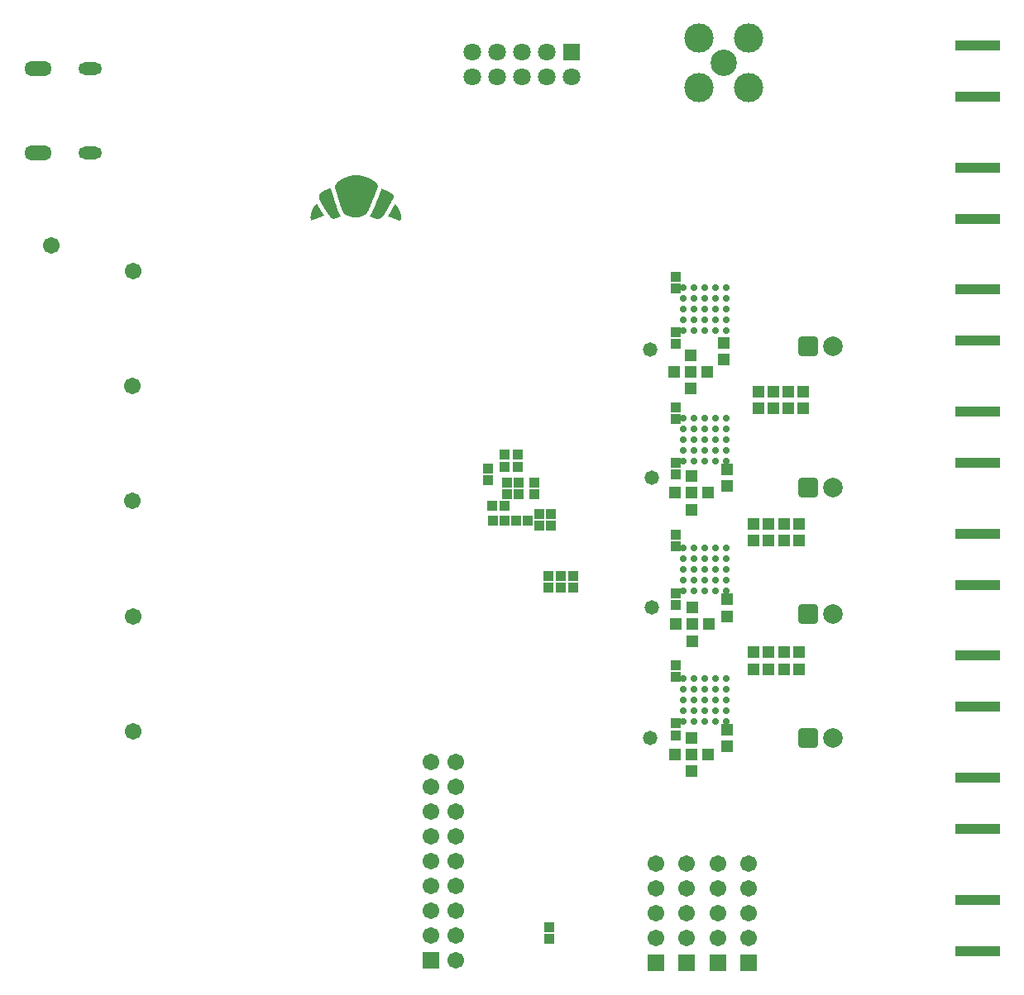
<source format=gbs>
G04*
G04 #@! TF.GenerationSoftware,Altium Limited,Altium Designer,21.2.1 (34)*
G04*
G04 Layer_Color=16711935*
%FSLAX25Y25*%
%MOIN*%
G70*
G04*
G04 #@! TF.SameCoordinates,0D780EAB-B6EC-48A9-9064-61573679FFEB*
G04*
G04*
G04 #@! TF.FilePolarity,Negative*
G04*
G01*
G75*
%ADD44R,0.17953X0.03937*%
%ADD52R,0.04737X0.05131*%
%ADD55R,0.04343X0.03950*%
%ADD57R,0.03950X0.04343*%
%ADD62R,0.05131X0.04737*%
%ADD81O,0.09461X0.05131*%
%ADD82O,0.11036X0.05918*%
%ADD83C,0.06706*%
%ADD84R,0.06706X0.06706*%
%ADD85C,0.11824*%
%ADD86C,0.10642*%
G04:AMPARAMS|DCode=87|XSize=78.87mil|YSize=78.87mil|CornerRadius=12.86mil|HoleSize=0mil|Usage=FLASHONLY|Rotation=0.000|XOffset=0mil|YOffset=0mil|HoleType=Round|Shape=RoundedRectangle|*
%AMROUNDEDRECTD87*
21,1,0.07887,0.05315,0,0,0.0*
21,1,0.05315,0.07887,0,0,0.0*
1,1,0.02572,0.02657,-0.02657*
1,1,0.02572,-0.02657,-0.02657*
1,1,0.02572,-0.02657,0.02657*
1,1,0.02572,0.02657,0.02657*
%
%ADD87ROUNDEDRECTD87*%
%ADD88C,0.07887*%
%ADD89C,0.07099*%
%ADD90R,0.07099X0.07099*%
%ADD91C,0.02769*%
%ADD121C,0.05800*%
%ADD122R,0.05131X0.05131*%
G36*
X134911Y327088D02*
X135850D01*
Y327010D01*
X136241D01*
Y326932D01*
X136711D01*
Y326854D01*
X136946D01*
Y326776D01*
X137337D01*
Y326697D01*
X137572D01*
Y326619D01*
X137885D01*
Y326541D01*
X138120D01*
Y326462D01*
X138355D01*
Y326384D01*
X138590D01*
Y326306D01*
X138746D01*
Y326227D01*
X138981D01*
Y326149D01*
X139216D01*
Y326071D01*
X139372D01*
Y325993D01*
X139529D01*
Y325914D01*
X139685D01*
Y325836D01*
X139842D01*
Y325758D01*
X139999D01*
Y325680D01*
X140155D01*
Y325601D01*
X140312D01*
Y325523D01*
X140468D01*
Y325445D01*
X140625D01*
Y325366D01*
X140703D01*
Y325288D01*
X140860D01*
Y325210D01*
X141016D01*
Y325132D01*
X141094D01*
Y325053D01*
X141251D01*
Y324975D01*
X141329D01*
Y324897D01*
X141486D01*
Y324819D01*
X141564D01*
Y324740D01*
X141642D01*
Y324662D01*
X141799D01*
Y324584D01*
X141877D01*
Y324505D01*
X141955D01*
Y324427D01*
X142034D01*
Y324349D01*
X142112D01*
Y324271D01*
X142190D01*
Y324192D01*
X142269D01*
Y324114D01*
X142347D01*
Y324036D01*
X142425D01*
Y323958D01*
X142503D01*
Y323879D01*
X142582D01*
Y323801D01*
Y323723D01*
X142660D01*
Y323644D01*
X142738D01*
Y323566D01*
Y323488D01*
X142816D01*
Y323410D01*
Y323331D01*
X142895D01*
Y323253D01*
Y323175D01*
Y323096D01*
X142973D01*
Y323018D01*
Y322940D01*
Y322862D01*
Y322783D01*
Y322705D01*
Y322627D01*
Y322549D01*
Y322470D01*
Y322392D01*
Y322314D01*
Y322235D01*
Y322157D01*
X142895D01*
Y322079D01*
Y322001D01*
Y321922D01*
X142816D01*
Y321844D01*
Y321766D01*
Y321688D01*
Y321609D01*
X142738D01*
Y321531D01*
Y321453D01*
Y321375D01*
X142660D01*
Y321296D01*
Y321218D01*
X142582D01*
Y321140D01*
Y321061D01*
Y320983D01*
X142503D01*
Y320905D01*
Y320827D01*
X142425D01*
Y320748D01*
Y320670D01*
Y320592D01*
X142347D01*
Y320514D01*
Y320435D01*
X142269D01*
Y320357D01*
Y320279D01*
Y320200D01*
X142190D01*
Y320122D01*
Y320044D01*
Y319966D01*
X142112D01*
Y319887D01*
Y319809D01*
X142034D01*
Y319731D01*
Y319652D01*
Y319574D01*
X141955D01*
Y319496D01*
Y319418D01*
X141877D01*
Y319339D01*
Y319261D01*
X141799D01*
Y319183D01*
Y319105D01*
Y319026D01*
X141721D01*
Y318948D01*
Y318870D01*
X141642D01*
Y318792D01*
Y318713D01*
Y318635D01*
X141564D01*
Y318557D01*
Y318478D01*
X141486D01*
Y318400D01*
Y318322D01*
Y318244D01*
X141408D01*
Y318165D01*
Y318087D01*
X141329D01*
Y318009D01*
Y317930D01*
Y317852D01*
X141251D01*
Y317774D01*
Y317696D01*
X141173D01*
Y317617D01*
Y317539D01*
Y317461D01*
X141094D01*
Y317383D01*
Y317304D01*
X141016D01*
Y317226D01*
Y317148D01*
X140938D01*
Y317069D01*
Y316991D01*
Y316913D01*
X140860D01*
Y316835D01*
Y316756D01*
Y316678D01*
X140781D01*
Y316600D01*
Y316522D01*
X140703D01*
Y316443D01*
Y316365D01*
Y316287D01*
X140625D01*
Y316208D01*
Y316130D01*
X140547D01*
Y316052D01*
Y315974D01*
Y315895D01*
X140468D01*
Y315817D01*
Y315739D01*
X140390D01*
Y315660D01*
Y315582D01*
Y315504D01*
X140312D01*
Y315426D01*
Y315347D01*
X140233D01*
Y315269D01*
Y315191D01*
Y315112D01*
X140155D01*
Y315034D01*
Y314956D01*
X140077D01*
Y314878D01*
Y314799D01*
X139999D01*
Y314721D01*
Y314643D01*
Y314565D01*
X139920D01*
Y314486D01*
Y314408D01*
Y314330D01*
X139842D01*
Y314251D01*
Y314173D01*
X139764D01*
Y314095D01*
Y314017D01*
Y313938D01*
X139685D01*
Y313860D01*
Y313782D01*
X139607D01*
Y313704D01*
Y313625D01*
X139529D01*
Y313547D01*
Y313469D01*
X139451D01*
Y313390D01*
Y313312D01*
Y313234D01*
X139372D01*
Y313156D01*
Y313077D01*
X139294D01*
Y312999D01*
Y312921D01*
X139216D01*
Y312842D01*
Y312764D01*
X139138D01*
Y312686D01*
Y312608D01*
X139059D01*
Y312529D01*
X138981D01*
Y312451D01*
Y312373D01*
X138903D01*
Y312295D01*
Y312216D01*
X138824D01*
Y312138D01*
X138746D01*
Y312060D01*
Y311982D01*
X138668D01*
Y311903D01*
X138590D01*
Y311825D01*
X138511D01*
Y311747D01*
X138433D01*
Y311668D01*
X138355D01*
Y311590D01*
X138277D01*
Y311512D01*
X138198D01*
Y311434D01*
X138120D01*
Y311355D01*
X138042D01*
Y311277D01*
X137963D01*
Y311199D01*
X137885D01*
Y311121D01*
X137729D01*
Y311042D01*
X137572D01*
Y310964D01*
X137494D01*
Y310886D01*
X137337D01*
Y310807D01*
X137181D01*
Y310729D01*
X137024D01*
Y310651D01*
X136789D01*
Y310573D01*
X136555D01*
Y310494D01*
X136398D01*
Y310416D01*
X136085D01*
Y310338D01*
X135772D01*
Y310260D01*
X135302D01*
Y310181D01*
X134284D01*
Y310103D01*
X134050D01*
Y310181D01*
X132954D01*
Y310260D01*
X132406D01*
Y310338D01*
X132171D01*
Y310416D01*
X131780D01*
Y310494D01*
X131545D01*
Y310573D01*
X131310D01*
Y310651D01*
X131075D01*
Y310729D01*
X130841D01*
Y310807D01*
X130684D01*
Y310886D01*
X130527D01*
Y310964D01*
X130371D01*
Y311042D01*
X130214D01*
Y311121D01*
X130058D01*
Y311199D01*
X129901D01*
Y311277D01*
X129823D01*
Y311355D01*
X129745D01*
Y311434D01*
X129588D01*
Y311512D01*
X129510D01*
Y311590D01*
X129431D01*
Y311668D01*
X129353D01*
Y311747D01*
X129275D01*
Y311825D01*
Y311903D01*
X129197D01*
Y311982D01*
X129118D01*
Y312060D01*
X129040D01*
Y312138D01*
Y312216D01*
X128962D01*
Y312295D01*
Y312373D01*
X128884D01*
Y312451D01*
Y312529D01*
X128805D01*
Y312608D01*
Y312686D01*
X128727D01*
Y312764D01*
Y312842D01*
X128649D01*
Y312921D01*
Y312999D01*
Y313077D01*
X128570D01*
Y313156D01*
Y313234D01*
X128492D01*
Y313312D01*
Y313390D01*
Y313469D01*
X128414D01*
Y313547D01*
Y313625D01*
Y313704D01*
Y313782D01*
X128336D01*
Y313860D01*
Y313938D01*
Y314017D01*
X128257D01*
Y314095D01*
Y314173D01*
Y314251D01*
X128179D01*
Y314330D01*
Y314408D01*
Y314486D01*
X128101D01*
Y314565D01*
Y314643D01*
Y314721D01*
X128023D01*
Y314799D01*
Y314878D01*
Y314956D01*
X127944D01*
Y315034D01*
Y315112D01*
Y315191D01*
Y315269D01*
X127866D01*
Y315347D01*
Y315426D01*
Y315504D01*
X127788D01*
Y315582D01*
Y315660D01*
Y315739D01*
X127709D01*
Y315817D01*
Y315895D01*
Y315974D01*
Y316052D01*
X127631D01*
Y316130D01*
Y316208D01*
Y316287D01*
X127553D01*
Y316365D01*
Y316443D01*
Y316522D01*
X127475D01*
Y316600D01*
Y316678D01*
Y316756D01*
X127396D01*
Y316835D01*
Y316913D01*
Y316991D01*
X127318D01*
Y317069D01*
Y317148D01*
Y317226D01*
X127240D01*
Y317304D01*
Y317383D01*
Y317461D01*
Y317539D01*
X127162D01*
Y317617D01*
Y317696D01*
Y317774D01*
X127083D01*
Y317852D01*
Y317930D01*
Y318009D01*
X127005D01*
Y318087D01*
Y318165D01*
Y318244D01*
X126927D01*
Y318322D01*
Y318400D01*
Y318478D01*
X126848D01*
Y318557D01*
Y318635D01*
Y318713D01*
X126770D01*
Y318792D01*
Y318870D01*
Y318948D01*
Y319026D01*
X126692D01*
Y319105D01*
Y319183D01*
Y319261D01*
X126614D01*
Y319339D01*
Y319418D01*
Y319496D01*
X126535D01*
Y319574D01*
Y319652D01*
Y319731D01*
X126457D01*
Y319809D01*
Y319887D01*
Y319966D01*
X126379D01*
Y320044D01*
Y320122D01*
Y320200D01*
X126301D01*
Y320279D01*
Y320357D01*
Y320435D01*
Y320514D01*
X126222D01*
Y320592D01*
Y320670D01*
Y320748D01*
X126144D01*
Y320827D01*
Y320905D01*
Y320983D01*
X126066D01*
Y321061D01*
Y321140D01*
Y321218D01*
X125987D01*
Y321296D01*
Y321375D01*
X125909D01*
Y321453D01*
Y321531D01*
Y321609D01*
Y321688D01*
X125831D01*
Y321766D01*
Y321844D01*
Y321922D01*
Y322001D01*
X125753D01*
Y322079D01*
Y322157D01*
Y322235D01*
Y322314D01*
Y322392D01*
Y322470D01*
Y322549D01*
Y322627D01*
Y322705D01*
X125831D01*
Y322783D01*
Y322862D01*
Y322940D01*
Y323018D01*
X125909D01*
Y323096D01*
Y323175D01*
X125987D01*
Y323253D01*
Y323331D01*
X126066D01*
Y323410D01*
X126144D01*
Y323488D01*
Y323566D01*
X126222D01*
Y323644D01*
X126301D01*
Y323723D01*
X126379D01*
Y323801D01*
Y323879D01*
X126457D01*
Y323958D01*
X126535D01*
Y324036D01*
X126614D01*
Y324114D01*
X126692D01*
Y324192D01*
X126770D01*
Y324271D01*
X126927D01*
Y324349D01*
X127005D01*
Y324427D01*
X127083D01*
Y324505D01*
X127162D01*
Y324584D01*
X127240D01*
Y324662D01*
X127396D01*
Y324740D01*
X127475D01*
Y324819D01*
X127553D01*
Y324897D01*
X127709D01*
Y324975D01*
X127788D01*
Y325053D01*
X127944D01*
Y325132D01*
X128023D01*
Y325210D01*
X128179D01*
Y325288D01*
X128257D01*
Y325366D01*
X128414D01*
Y325445D01*
X128570D01*
Y325523D01*
X128649D01*
Y325601D01*
X128805D01*
Y325680D01*
X128962D01*
Y325758D01*
X129118D01*
Y325836D01*
X129275D01*
Y325914D01*
X129431D01*
Y325993D01*
X129588D01*
Y326071D01*
X129745D01*
Y326149D01*
X129979D01*
Y326227D01*
X130136D01*
Y326306D01*
X130292D01*
Y326384D01*
X130527D01*
Y326462D01*
X130762D01*
Y326541D01*
X130997D01*
Y326619D01*
X131232D01*
Y326697D01*
X131467D01*
Y326776D01*
X131858D01*
Y326854D01*
X132093D01*
Y326932D01*
X132562D01*
Y327010D01*
X132876D01*
Y327088D01*
X133815D01*
Y327167D01*
X134911D01*
Y327088D01*
D02*
G37*
G36*
X124109Y321922D02*
Y321844D01*
Y321766D01*
X124187D01*
Y321688D01*
Y321609D01*
Y321531D01*
Y321453D01*
X124265D01*
Y321375D01*
Y321296D01*
Y321218D01*
Y321140D01*
X124344D01*
Y321061D01*
Y320983D01*
Y320905D01*
X124422D01*
Y320827D01*
Y320748D01*
Y320670D01*
X124500D01*
Y320592D01*
Y320514D01*
Y320435D01*
X124578D01*
Y320357D01*
Y320279D01*
Y320200D01*
X124657D01*
Y320122D01*
Y320044D01*
Y319966D01*
X124735D01*
Y319887D01*
Y319809D01*
Y319731D01*
X124813D01*
Y319652D01*
Y319574D01*
Y319496D01*
Y319418D01*
X124892D01*
Y319339D01*
Y319261D01*
Y319183D01*
X124970D01*
Y319105D01*
Y319026D01*
Y318948D01*
X125048D01*
Y318870D01*
Y318792D01*
Y318713D01*
X125126D01*
Y318635D01*
Y318557D01*
Y318478D01*
X125205D01*
Y318400D01*
Y318322D01*
Y318244D01*
Y318165D01*
X125283D01*
Y318087D01*
Y318009D01*
X125361D01*
Y317930D01*
Y317852D01*
Y317774D01*
Y317696D01*
X125440D01*
Y317617D01*
Y317539D01*
Y317461D01*
X125518D01*
Y317383D01*
Y317304D01*
Y317226D01*
X125596D01*
Y317148D01*
Y317069D01*
Y316991D01*
Y316913D01*
X125674D01*
Y316835D01*
Y316756D01*
X125753D01*
Y316678D01*
Y316600D01*
Y316522D01*
Y316443D01*
X125831D01*
Y316365D01*
Y316287D01*
Y316208D01*
X125909D01*
Y316130D01*
Y316052D01*
Y315974D01*
X125987D01*
Y315895D01*
Y315817D01*
Y315739D01*
Y315660D01*
X126066D01*
Y315582D01*
Y315504D01*
X126144D01*
Y315426D01*
Y315347D01*
Y315269D01*
Y315191D01*
X126222D01*
Y315112D01*
Y315034D01*
X126301D01*
Y314956D01*
Y314878D01*
Y314799D01*
Y314721D01*
X126379D01*
Y314643D01*
Y314565D01*
Y314486D01*
X126457D01*
Y314408D01*
Y314330D01*
Y314251D01*
X126535D01*
Y314173D01*
Y314095D01*
Y314017D01*
Y313938D01*
X126614D01*
Y313860D01*
Y313782D01*
X126692D01*
Y313704D01*
Y313625D01*
Y313547D01*
Y313469D01*
X126770D01*
Y313390D01*
Y313312D01*
Y313234D01*
X126848D01*
Y313156D01*
Y313077D01*
Y312999D01*
X126927D01*
Y312921D01*
Y312842D01*
Y312764D01*
X127005D01*
Y312686D01*
Y312608D01*
Y312529D01*
X127083D01*
Y312451D01*
Y312373D01*
Y312295D01*
X127162D01*
Y312216D01*
Y312138D01*
X127240D01*
Y312060D01*
Y311982D01*
X127318D01*
Y311903D01*
Y311825D01*
X127396D01*
Y311747D01*
Y311668D01*
X127475D01*
Y311590D01*
Y311512D01*
X127553D01*
Y311434D01*
Y311355D01*
X127631D01*
Y311277D01*
Y311199D01*
X127709D01*
Y311121D01*
X127788D01*
Y311042D01*
X127866D01*
Y310964D01*
Y310886D01*
X127944D01*
Y310807D01*
X128023D01*
Y310729D01*
X128101D01*
Y310651D01*
X128179D01*
Y310573D01*
X128023D01*
Y310494D01*
X127866D01*
Y310416D01*
X127631D01*
Y310338D01*
X127475D01*
Y310260D01*
X127318D01*
Y310181D01*
X127083D01*
Y310103D01*
X126927D01*
Y310025D01*
X126692D01*
Y309946D01*
X126535D01*
Y309868D01*
X126301D01*
Y309790D01*
X126066D01*
Y309712D01*
X125753D01*
Y309633D01*
X124735D01*
Y309712D01*
X124578D01*
Y309790D01*
X124422D01*
Y309868D01*
X124344D01*
Y309946D01*
X124265D01*
Y310025D01*
X124109D01*
Y310103D01*
X124031D01*
Y310181D01*
X123952D01*
Y310260D01*
X123874D01*
Y310338D01*
X123796D01*
Y310416D01*
Y310494D01*
X123717D01*
Y310573D01*
X123639D01*
Y310651D01*
X123561D01*
Y310729D01*
X123483D01*
Y310807D01*
Y310886D01*
X123404D01*
Y310964D01*
X123326D01*
Y311042D01*
X123248D01*
Y311121D01*
Y311199D01*
X123170D01*
Y311277D01*
X123091D01*
Y311355D01*
Y311434D01*
X123013D01*
Y311512D01*
X122935D01*
Y311590D01*
Y311668D01*
X122856D01*
Y311747D01*
X122778D01*
Y311825D01*
Y311903D01*
X122700D01*
Y311982D01*
X122622D01*
Y312060D01*
Y312138D01*
X122543D01*
Y312216D01*
X122465D01*
Y312295D01*
Y312373D01*
X122387D01*
Y312451D01*
X122309D01*
Y312529D01*
Y312608D01*
X122230D01*
Y312686D01*
X122152D01*
Y312764D01*
Y312842D01*
X122074D01*
Y312921D01*
Y312999D01*
X121995D01*
Y313077D01*
X121917D01*
Y313156D01*
Y313234D01*
X121839D01*
Y313312D01*
X121761D01*
Y313390D01*
Y313469D01*
X121682D01*
Y313547D01*
Y313625D01*
X121604D01*
Y313704D01*
X121526D01*
Y313782D01*
Y313860D01*
X121448D01*
Y313938D01*
Y314017D01*
X121369D01*
Y314095D01*
X121291D01*
Y314173D01*
Y314251D01*
X121213D01*
Y314330D01*
X121134D01*
Y314408D01*
Y314486D01*
X121056D01*
Y314565D01*
Y314643D01*
X120978D01*
Y314721D01*
X120900D01*
Y314799D01*
Y314878D01*
X120821D01*
Y314956D01*
Y315034D01*
X120743D01*
Y315112D01*
X120665D01*
Y315191D01*
Y315269D01*
X120587D01*
Y315347D01*
Y315426D01*
X120508D01*
Y315504D01*
X120430D01*
Y315582D01*
Y315660D01*
X120352D01*
Y315739D01*
X120273D01*
Y315817D01*
Y315895D01*
X120195D01*
Y315974D01*
Y316052D01*
X120117D01*
Y316130D01*
Y316208D01*
X120039D01*
Y316287D01*
Y316365D01*
X119960D01*
Y316443D01*
Y316522D01*
X119882D01*
Y316600D01*
Y316678D01*
Y316756D01*
X119804D01*
Y316835D01*
Y316913D01*
X119725D01*
Y316991D01*
Y317069D01*
X119647D01*
Y317148D01*
Y317226D01*
Y317304D01*
X119569D01*
Y317383D01*
Y317461D01*
Y317539D01*
X119491D01*
Y317617D01*
Y317696D01*
X119412D01*
Y317774D01*
Y317852D01*
Y317930D01*
Y318009D01*
X119334D01*
Y318087D01*
Y318165D01*
Y318244D01*
Y318322D01*
Y318400D01*
Y318478D01*
Y318557D01*
Y318635D01*
Y318713D01*
Y318792D01*
Y318870D01*
Y318948D01*
Y319026D01*
Y319105D01*
X119412D01*
Y319183D01*
Y319261D01*
X119491D01*
Y319339D01*
Y319418D01*
X119569D01*
Y319496D01*
Y319574D01*
X119647D01*
Y319652D01*
X119725D01*
Y319731D01*
X119804D01*
Y319809D01*
X119882D01*
Y319887D01*
X119960D01*
Y319966D01*
X120039D01*
Y320044D01*
X120117D01*
Y320122D01*
X120273D01*
Y320200D01*
X120352D01*
Y320279D01*
X120430D01*
Y320357D01*
X120587D01*
Y320435D01*
X120743D01*
Y320514D01*
X120821D01*
Y320592D01*
X120978D01*
Y320670D01*
X121134D01*
Y320748D01*
X121291D01*
Y320827D01*
X121448D01*
Y320905D01*
X121526D01*
Y320983D01*
X121761D01*
Y321061D01*
X121917D01*
Y321140D01*
X122074D01*
Y321218D01*
X122230D01*
Y321296D01*
X122387D01*
Y321375D01*
X122622D01*
Y321453D01*
X122778D01*
Y321531D01*
X123013D01*
Y321609D01*
X123170D01*
Y321688D01*
X123404D01*
Y321766D01*
X123561D01*
Y321844D01*
X123796D01*
Y321922D01*
X124031D01*
Y322001D01*
X124109D01*
Y321922D01*
D02*
G37*
G36*
X144773Y321609D02*
X144930D01*
Y321531D01*
X145165D01*
Y321453D01*
X145321D01*
Y321375D01*
X145478D01*
Y321296D01*
X145713D01*
Y321218D01*
X145869D01*
Y321140D01*
X146104D01*
Y321061D01*
X146182D01*
Y320983D01*
X146417D01*
Y320905D01*
X146574D01*
Y320827D01*
X146730D01*
Y320748D01*
X146887D01*
Y320670D01*
X147043D01*
Y320592D01*
X147278D01*
Y320514D01*
X147356D01*
Y320435D01*
X147513D01*
Y320357D01*
X147669D01*
Y320279D01*
X147826D01*
Y320200D01*
X147983D01*
Y320122D01*
X148061D01*
Y320044D01*
X148217D01*
Y319966D01*
X148374D01*
Y319887D01*
X148452D01*
Y319809D01*
X148609D01*
Y319731D01*
X148687D01*
Y319652D01*
X148844D01*
Y319574D01*
X148922D01*
Y319496D01*
X149000D01*
Y319418D01*
X149078D01*
Y319339D01*
X149157D01*
Y319261D01*
X149235D01*
Y319183D01*
X149313D01*
Y319105D01*
Y319026D01*
X149391D01*
Y318948D01*
Y318870D01*
X149470D01*
Y318792D01*
Y318713D01*
Y318635D01*
Y318557D01*
Y318478D01*
Y318400D01*
Y318322D01*
Y318244D01*
X149391D01*
Y318165D01*
Y318087D01*
X149313D01*
Y318009D01*
Y317930D01*
Y317852D01*
X149235D01*
Y317774D01*
Y317696D01*
X149157D01*
Y317617D01*
Y317539D01*
X149078D01*
Y317461D01*
Y317383D01*
X149000D01*
Y317304D01*
Y317226D01*
X148922D01*
Y317148D01*
Y317069D01*
X148844D01*
Y316991D01*
X148765D01*
Y316913D01*
Y316835D01*
X148687D01*
Y316756D01*
Y316678D01*
X148609D01*
Y316600D01*
Y316522D01*
X148530D01*
Y316443D01*
Y316365D01*
X148452D01*
Y316287D01*
X148374D01*
Y316208D01*
Y316130D01*
X148296D01*
Y316052D01*
Y315974D01*
X148217D01*
Y315895D01*
Y315817D01*
X148139D01*
Y315739D01*
Y315660D01*
X148061D01*
Y315582D01*
Y315504D01*
X147983D01*
Y315426D01*
Y315347D01*
X147904D01*
Y315269D01*
X147826D01*
Y315191D01*
Y315112D01*
X147748D01*
Y315034D01*
Y314956D01*
X147669D01*
Y314878D01*
Y314799D01*
X147591D01*
Y314721D01*
Y314643D01*
X147513D01*
Y314565D01*
X147435D01*
Y314486D01*
Y314408D01*
X147356D01*
Y314330D01*
Y314251D01*
X147278D01*
Y314173D01*
Y314095D01*
X147200D01*
Y314017D01*
Y313938D01*
X147122D01*
Y313860D01*
X147043D01*
Y313782D01*
Y313704D01*
X146965D01*
Y313625D01*
Y313547D01*
X146887D01*
Y313469D01*
Y313390D01*
X146809D01*
Y313312D01*
Y313234D01*
X146730D01*
Y313156D01*
Y313077D01*
X146652D01*
Y312999D01*
Y312921D01*
X146574D01*
Y312842D01*
X146495D01*
Y312764D01*
Y312686D01*
X146417D01*
Y312608D01*
Y312529D01*
X146339D01*
Y312451D01*
Y312373D01*
X146260D01*
Y312295D01*
Y312216D01*
X146182D01*
Y312138D01*
X146104D01*
Y312060D01*
Y311982D01*
X146026D01*
Y311903D01*
Y311825D01*
X145948D01*
Y311747D01*
Y311668D01*
X145869D01*
Y311590D01*
Y311512D01*
X145791D01*
Y311434D01*
X145713D01*
Y311355D01*
X145634D01*
Y311277D01*
Y311199D01*
X145556D01*
Y311121D01*
X145478D01*
Y311042D01*
X145399D01*
Y310964D01*
X145321D01*
Y310886D01*
Y310807D01*
X145243D01*
Y310729D01*
X145165D01*
Y310651D01*
X145086D01*
Y310573D01*
X145008D01*
Y310494D01*
X144930D01*
Y310416D01*
X144852D01*
Y310338D01*
X144773D01*
Y310260D01*
X144695D01*
Y310181D01*
X144617D01*
Y310103D01*
X144538D01*
Y310025D01*
X144460D01*
Y309946D01*
X144304D01*
Y309868D01*
X144225D01*
Y309790D01*
X144069D01*
Y309712D01*
X143912D01*
Y309633D01*
X143677D01*
Y309555D01*
X142582D01*
Y309633D01*
X142190D01*
Y309712D01*
X141877D01*
Y309790D01*
X141642D01*
Y309868D01*
X141329D01*
Y309946D01*
X141173D01*
Y310025D01*
X140938D01*
Y310103D01*
X140703D01*
Y310181D01*
X140547D01*
Y310260D01*
X140312D01*
Y310338D01*
X140155D01*
Y310416D01*
X139920D01*
Y310494D01*
X139764D01*
Y310573D01*
X139685D01*
Y310651D01*
X139764D01*
Y310729D01*
X139842D01*
Y310807D01*
Y310886D01*
X139920D01*
Y310964D01*
X139999D01*
Y311042D01*
X140077D01*
Y311121D01*
X140155D01*
Y311199D01*
Y311277D01*
X140233D01*
Y311355D01*
X140312D01*
Y311434D01*
Y311512D01*
X140390D01*
Y311590D01*
X140468D01*
Y311668D01*
Y311747D01*
X140547D01*
Y311825D01*
Y311903D01*
X140625D01*
Y311982D01*
Y312060D01*
X140703D01*
Y312138D01*
Y312216D01*
X140781D01*
Y312295D01*
Y312373D01*
X140860D01*
Y312451D01*
Y312529D01*
X140938D01*
Y312608D01*
Y312686D01*
X141016D01*
Y312764D01*
Y312842D01*
X141094D01*
Y312921D01*
Y312999D01*
Y313077D01*
X141173D01*
Y313156D01*
Y313234D01*
X141251D01*
Y313312D01*
Y313390D01*
X141329D01*
Y313469D01*
Y313547D01*
Y313625D01*
X141408D01*
Y313704D01*
Y313782D01*
X141486D01*
Y313860D01*
Y313938D01*
Y314017D01*
X141564D01*
Y314095D01*
Y314173D01*
X141642D01*
Y314251D01*
Y314330D01*
Y314408D01*
X141721D01*
Y314486D01*
Y314565D01*
X141799D01*
Y314643D01*
Y314721D01*
Y314799D01*
X141877D01*
Y314878D01*
Y314956D01*
X141955D01*
Y315034D01*
Y315112D01*
Y315191D01*
X142034D01*
Y315269D01*
Y315347D01*
X142112D01*
Y315426D01*
Y315504D01*
Y315582D01*
X142190D01*
Y315660D01*
Y315739D01*
X142269D01*
Y315817D01*
Y315895D01*
Y315974D01*
X142347D01*
Y316052D01*
Y316130D01*
X142425D01*
Y316208D01*
Y316287D01*
Y316365D01*
X142503D01*
Y316443D01*
Y316522D01*
X142582D01*
Y316600D01*
Y316678D01*
Y316756D01*
X142660D01*
Y316835D01*
Y316913D01*
X142738D01*
Y316991D01*
Y317069D01*
Y317148D01*
X142816D01*
Y317226D01*
Y317304D01*
X142895D01*
Y317383D01*
Y317461D01*
X142973D01*
Y317539D01*
Y317617D01*
Y317696D01*
X143051D01*
Y317774D01*
Y317852D01*
Y317930D01*
X143130D01*
Y318009D01*
Y318087D01*
X143208D01*
Y318165D01*
Y318244D01*
X143286D01*
Y318322D01*
Y318400D01*
Y318478D01*
X143364D01*
Y318557D01*
Y318635D01*
X143443D01*
Y318713D01*
Y318792D01*
Y318870D01*
X143521D01*
Y318948D01*
Y319026D01*
X143599D01*
Y319105D01*
Y319183D01*
Y319261D01*
X143677D01*
Y319339D01*
Y319418D01*
X143756D01*
Y319496D01*
Y319574D01*
Y319652D01*
X143834D01*
Y319731D01*
Y319809D01*
X143912D01*
Y319887D01*
Y319966D01*
Y320044D01*
X143991D01*
Y320122D01*
Y320200D01*
X144069D01*
Y320279D01*
Y320357D01*
Y320435D01*
X144147D01*
Y320514D01*
Y320592D01*
X144225D01*
Y320670D01*
Y320748D01*
Y320827D01*
X144304D01*
Y320905D01*
Y320983D01*
Y321061D01*
X144382D01*
Y321140D01*
Y321218D01*
Y321296D01*
X144460D01*
Y321375D01*
Y321453D01*
Y321531D01*
X144538D01*
Y321609D01*
Y321688D01*
X144773D01*
Y321609D01*
D02*
G37*
G36*
X118551Y315582D02*
Y315504D01*
X118630D01*
Y315426D01*
Y315347D01*
X118708D01*
Y315269D01*
Y315191D01*
X118786D01*
Y315112D01*
Y315034D01*
X118864D01*
Y314956D01*
Y314878D01*
X118943D01*
Y314799D01*
X119021D01*
Y314721D01*
Y314643D01*
X119099D01*
Y314565D01*
X119177D01*
Y314486D01*
Y314408D01*
X119256D01*
Y314330D01*
Y314251D01*
X119334D01*
Y314173D01*
X119412D01*
Y314095D01*
Y314017D01*
X119491D01*
Y313938D01*
Y313860D01*
X119569D01*
Y313782D01*
X119647D01*
Y313704D01*
Y313625D01*
X119725D01*
Y313547D01*
Y313469D01*
X119804D01*
Y313390D01*
X119882D01*
Y313312D01*
Y313234D01*
X119960D01*
Y313156D01*
Y313077D01*
X120039D01*
Y312999D01*
X120117D01*
Y312921D01*
Y312842D01*
X120195D01*
Y312764D01*
X120273D01*
Y312686D01*
Y312608D01*
X120352D01*
Y312529D01*
Y312451D01*
X120430D01*
Y312373D01*
X120508D01*
Y312295D01*
Y312216D01*
X120587D01*
Y312138D01*
X120665D01*
Y312060D01*
Y311982D01*
X120743D01*
Y311903D01*
Y311825D01*
X120821D01*
Y311747D01*
X120900D01*
Y311668D01*
Y311590D01*
X120978D01*
Y311512D01*
X121056D01*
Y311434D01*
Y311355D01*
X121134D01*
Y311277D01*
X121213D01*
Y311199D01*
Y311121D01*
X121291D01*
Y311042D01*
X121369D01*
Y310964D01*
Y310886D01*
X121291D01*
Y310807D01*
X121056D01*
Y310729D01*
X120900D01*
Y310651D01*
X120665D01*
Y310573D01*
X120508D01*
Y310494D01*
X120352D01*
Y310416D01*
X120117D01*
Y310338D01*
X119960D01*
Y310260D01*
X119725D01*
Y310181D01*
X119569D01*
Y310103D01*
X119334D01*
Y310025D01*
X119177D01*
Y309946D01*
X119021D01*
Y309868D01*
X118786D01*
Y309790D01*
X118630D01*
Y309712D01*
X118473D01*
Y309633D01*
X118238D01*
Y309555D01*
X118082D01*
Y309477D01*
X117847D01*
Y309399D01*
X117690D01*
Y309320D01*
X117455D01*
Y309242D01*
X117299D01*
Y309164D01*
X117064D01*
Y309085D01*
X116829D01*
Y309007D01*
X116595D01*
Y308929D01*
X116047D01*
Y309007D01*
Y309085D01*
Y309164D01*
X115968D01*
Y309242D01*
Y309320D01*
Y309399D01*
Y309477D01*
Y309555D01*
Y309633D01*
Y309712D01*
Y309790D01*
X115890D01*
Y309868D01*
Y309946D01*
Y310025D01*
Y310103D01*
Y310181D01*
Y310260D01*
Y310338D01*
Y310416D01*
Y310494D01*
Y310573D01*
X115968D01*
Y310651D01*
Y310729D01*
Y310807D01*
Y310886D01*
Y310964D01*
Y311042D01*
Y311121D01*
Y311199D01*
Y311277D01*
X116047D01*
Y311355D01*
Y311434D01*
Y311512D01*
Y311590D01*
Y311668D01*
X116125D01*
Y311747D01*
Y311825D01*
Y311903D01*
Y311982D01*
X116203D01*
Y312060D01*
Y312138D01*
Y312216D01*
Y312295D01*
X116281D01*
Y312373D01*
Y312451D01*
Y312529D01*
X116360D01*
Y312608D01*
Y312686D01*
Y312764D01*
X116438D01*
Y312842D01*
Y312921D01*
X116516D01*
Y312999D01*
Y313077D01*
Y313156D01*
X116595D01*
Y313234D01*
Y313312D01*
X116673D01*
Y313390D01*
Y313469D01*
X116751D01*
Y313547D01*
Y313625D01*
X116829D01*
Y313704D01*
X116908D01*
Y313782D01*
Y313860D01*
X116986D01*
Y313938D01*
Y314017D01*
X117064D01*
Y314095D01*
X117142D01*
Y314173D01*
Y314251D01*
X117221D01*
Y314330D01*
X117299D01*
Y314408D01*
Y314486D01*
X117377D01*
Y314565D01*
X117455D01*
Y314643D01*
X117534D01*
Y314721D01*
X117612D01*
Y314799D01*
Y314878D01*
X117690D01*
Y314956D01*
X117769D01*
Y315034D01*
X117847D01*
Y315112D01*
X117925D01*
Y315191D01*
X118003D01*
Y315269D01*
X118082D01*
Y315347D01*
X118160D01*
Y315426D01*
X118238D01*
Y315504D01*
X118395D01*
Y315582D01*
X118473D01*
Y315660D01*
X118551D01*
Y315582D01*
D02*
G37*
G36*
X149940Y315426D02*
X150018D01*
Y315347D01*
X150174D01*
Y315269D01*
Y315191D01*
X150331D01*
Y315112D01*
X150409D01*
Y315034D01*
X150487D01*
Y314956D01*
X150566D01*
Y314878D01*
Y314799D01*
X150644D01*
Y314721D01*
X150722D01*
Y314643D01*
X150801D01*
Y314565D01*
X150879D01*
Y314486D01*
X150957D01*
Y314408D01*
Y314330D01*
X151035D01*
Y314251D01*
X151114D01*
Y314173D01*
X151192D01*
Y314095D01*
Y314017D01*
X151270D01*
Y313938D01*
X151348D01*
Y313860D01*
Y313782D01*
X151427D01*
Y313704D01*
Y313625D01*
X151505D01*
Y313547D01*
Y313469D01*
X151583D01*
Y313390D01*
Y313312D01*
X151662D01*
Y313234D01*
Y313156D01*
X151740D01*
Y313077D01*
Y312999D01*
X151818D01*
Y312921D01*
Y312842D01*
X151896D01*
Y312764D01*
Y312686D01*
Y312608D01*
X151975D01*
Y312529D01*
Y312451D01*
Y312373D01*
X152053D01*
Y312295D01*
Y312216D01*
Y312138D01*
X152131D01*
Y312060D01*
Y311982D01*
Y311903D01*
Y311825D01*
Y311747D01*
X152209D01*
Y311668D01*
Y311590D01*
Y311512D01*
Y311434D01*
X152288D01*
Y311355D01*
Y311277D01*
Y311199D01*
Y311121D01*
Y311042D01*
Y310964D01*
Y310886D01*
Y310807D01*
Y310729D01*
X152366D01*
Y310651D01*
Y310573D01*
Y310494D01*
Y310416D01*
Y310338D01*
Y310260D01*
Y310181D01*
Y310103D01*
Y310025D01*
Y309946D01*
Y309868D01*
Y309790D01*
Y309712D01*
Y309633D01*
X152288D01*
Y309555D01*
Y309477D01*
Y309399D01*
Y309320D01*
Y309242D01*
Y309164D01*
Y309085D01*
X152209D01*
Y309007D01*
Y308929D01*
Y308851D01*
X152131D01*
Y308772D01*
Y308694D01*
X151896D01*
Y308772D01*
X151583D01*
Y308851D01*
X151348D01*
Y308929D01*
X151114D01*
Y309007D01*
X150879D01*
Y309085D01*
X150722D01*
Y309164D01*
X150487D01*
Y309242D01*
X150331D01*
Y309320D01*
X150096D01*
Y309399D01*
X149940D01*
Y309477D01*
X149783D01*
Y309555D01*
X149548D01*
Y309633D01*
X149391D01*
Y309712D01*
X149235D01*
Y309790D01*
X149000D01*
Y309868D01*
X148844D01*
Y309946D01*
X148687D01*
Y310025D01*
X148452D01*
Y310103D01*
X148296D01*
Y310181D01*
X148061D01*
Y310260D01*
X147904D01*
Y310338D01*
X147748D01*
Y310416D01*
X147513D01*
Y310494D01*
X147356D01*
Y310573D01*
X147200D01*
Y310651D01*
X147278D01*
Y310729D01*
Y310807D01*
X147356D01*
Y310886D01*
Y310964D01*
X147435D01*
Y311042D01*
Y311121D01*
X147513D01*
Y311199D01*
X147591D01*
Y311277D01*
Y311355D01*
X147669D01*
Y311434D01*
Y311512D01*
X147748D01*
Y311590D01*
Y311668D01*
X147826D01*
Y311747D01*
Y311825D01*
X147904D01*
Y311903D01*
X147983D01*
Y311982D01*
Y312060D01*
X148061D01*
Y312138D01*
Y312216D01*
X148139D01*
Y312295D01*
Y312373D01*
X148217D01*
Y312451D01*
Y312529D01*
X148296D01*
Y312608D01*
Y312686D01*
X148374D01*
Y312764D01*
X148452D01*
Y312842D01*
Y312921D01*
X148530D01*
Y312999D01*
Y313077D01*
X148609D01*
Y313156D01*
Y313234D01*
X148687D01*
Y313312D01*
Y313390D01*
X148765D01*
Y313469D01*
Y313547D01*
X148844D01*
Y313625D01*
X148922D01*
Y313704D01*
Y313782D01*
X149000D01*
Y313860D01*
Y313938D01*
X149078D01*
Y314017D01*
Y314095D01*
X149157D01*
Y314173D01*
Y314251D01*
X149235D01*
Y314330D01*
X149313D01*
Y314408D01*
Y314486D01*
X149391D01*
Y314565D01*
Y314643D01*
X149470D01*
Y314721D01*
Y314799D01*
X149548D01*
Y314878D01*
Y314956D01*
X149626D01*
Y315034D01*
Y315112D01*
X149705D01*
Y315191D01*
X149783D01*
Y315269D01*
Y315347D01*
X149861D01*
Y315426D01*
Y315504D01*
X149940D01*
Y315426D01*
D02*
G37*
D44*
X384724Y309567D02*
D03*
Y330197D02*
D03*
Y358780D02*
D03*
Y379410D02*
D03*
Y211142D02*
D03*
Y231772D02*
D03*
Y260354D02*
D03*
Y280984D02*
D03*
Y112716D02*
D03*
Y133346D02*
D03*
Y161929D02*
D03*
Y182559D02*
D03*
Y14291D02*
D03*
Y34921D02*
D03*
Y63504D02*
D03*
Y84134D02*
D03*
D52*
X312800Y127954D02*
D03*
Y134646D02*
D03*
X306700Y127954D02*
D03*
Y134646D02*
D03*
X300600Y127954D02*
D03*
Y134646D02*
D03*
X294600Y127954D02*
D03*
Y134646D02*
D03*
X283900Y103446D02*
D03*
Y96754D02*
D03*
X269400Y86807D02*
D03*
Y100193D02*
D03*
X283900Y155993D02*
D03*
Y149300D02*
D03*
X269800Y139307D02*
D03*
Y152693D02*
D03*
X312800Y179941D02*
D03*
Y186634D02*
D03*
X306700Y179941D02*
D03*
Y186634D02*
D03*
X300600Y179941D02*
D03*
Y186634D02*
D03*
X294600Y179941D02*
D03*
Y186634D02*
D03*
X269400Y192307D02*
D03*
Y205693D02*
D03*
X283900Y208546D02*
D03*
Y201853D02*
D03*
X314500Y233284D02*
D03*
Y239977D02*
D03*
X308400Y233284D02*
D03*
Y239977D02*
D03*
X302300Y233284D02*
D03*
Y239977D02*
D03*
X296300Y233284D02*
D03*
Y239977D02*
D03*
X269100Y241207D02*
D03*
Y254593D02*
D03*
X282600Y259546D02*
D03*
Y252853D02*
D03*
D55*
X212200Y19038D02*
D03*
Y23762D02*
D03*
X211900Y165462D02*
D03*
Y160738D02*
D03*
X216800Y165462D02*
D03*
Y160738D02*
D03*
X221700Y165462D02*
D03*
Y160738D02*
D03*
X199300Y209638D02*
D03*
Y214362D02*
D03*
X194200Y209638D02*
D03*
Y214362D02*
D03*
X187500Y204238D02*
D03*
Y208962D02*
D03*
X195000Y198538D02*
D03*
Y203262D02*
D03*
X199900Y198538D02*
D03*
Y203262D02*
D03*
X206200D02*
D03*
Y198538D02*
D03*
X263000Y106024D02*
D03*
Y101300D02*
D03*
Y124876D02*
D03*
Y129600D02*
D03*
Y158624D02*
D03*
Y153900D02*
D03*
Y177476D02*
D03*
Y182200D02*
D03*
Y211162D02*
D03*
Y206438D02*
D03*
Y228876D02*
D03*
Y233600D02*
D03*
Y281438D02*
D03*
Y286162D02*
D03*
Y263762D02*
D03*
Y259038D02*
D03*
D57*
X208138Y185900D02*
D03*
X212862D02*
D03*
X208138Y190400D02*
D03*
X212862D02*
D03*
X189238Y193700D02*
D03*
X193962D02*
D03*
X189476Y187800D02*
D03*
X194200D02*
D03*
X203362D02*
D03*
X198638D02*
D03*
D62*
X276093Y93500D02*
D03*
X262707D02*
D03*
X276493Y146000D02*
D03*
X263107D02*
D03*
X276093Y199000D02*
D03*
X262707D02*
D03*
X275793Y247900D02*
D03*
X262407D02*
D03*
D81*
X27228Y370158D02*
D03*
Y336142D02*
D03*
D82*
X6126Y370158D02*
D03*
Y336142D02*
D03*
D83*
X292500Y49394D02*
D03*
Y39394D02*
D03*
Y29394D02*
D03*
Y19394D02*
D03*
X255000Y49394D02*
D03*
Y39394D02*
D03*
Y29394D02*
D03*
Y19394D02*
D03*
X280000Y49394D02*
D03*
Y39394D02*
D03*
Y29394D02*
D03*
Y19394D02*
D03*
X267500Y49394D02*
D03*
Y39394D02*
D03*
Y29394D02*
D03*
Y19394D02*
D03*
X174600Y10500D02*
D03*
X164600Y20500D02*
D03*
X174600D02*
D03*
X164600Y30500D02*
D03*
X174600D02*
D03*
Y60500D02*
D03*
X164600D02*
D03*
X174600Y50500D02*
D03*
X164600D02*
D03*
X174600Y40500D02*
D03*
X164600D02*
D03*
Y70500D02*
D03*
X174600D02*
D03*
Y90500D02*
D03*
X164600D02*
D03*
Y80500D02*
D03*
X174600D02*
D03*
X44094Y195669D02*
D03*
X11417Y298819D02*
D03*
X44488Y102756D02*
D03*
Y149213D02*
D03*
X44190Y242222D02*
D03*
X44488Y288583D02*
D03*
D84*
X292500Y9394D02*
D03*
X255000D02*
D03*
X280000D02*
D03*
X267500D02*
D03*
X164600Y10500D02*
D03*
D85*
X292500Y382500D02*
D03*
X272500D02*
D03*
X292500Y362500D02*
D03*
X272500D02*
D03*
D86*
X282500Y372500D02*
D03*
D87*
X316300Y100200D02*
D03*
Y150200D02*
D03*
Y201300D02*
D03*
Y258200D02*
D03*
D88*
X326300Y100200D02*
D03*
Y150200D02*
D03*
Y201300D02*
D03*
Y258200D02*
D03*
D89*
X181181Y366929D02*
D03*
X191181D02*
D03*
X181181Y376929D02*
D03*
X191181D02*
D03*
X201181Y366929D02*
D03*
Y376929D02*
D03*
X211181Y366929D02*
D03*
Y376929D02*
D03*
X221181Y366929D02*
D03*
D90*
Y376929D02*
D03*
D91*
X283465Y281890D02*
D03*
Y277559D02*
D03*
Y273228D02*
D03*
Y268898D02*
D03*
Y264567D02*
D03*
X279134Y281890D02*
D03*
Y277559D02*
D03*
Y273228D02*
D03*
Y268898D02*
D03*
Y264567D02*
D03*
X274803Y281890D02*
D03*
Y277559D02*
D03*
Y273228D02*
D03*
Y268898D02*
D03*
Y264567D02*
D03*
X270472Y281890D02*
D03*
Y277559D02*
D03*
Y273228D02*
D03*
Y268898D02*
D03*
Y264567D02*
D03*
X266142Y281890D02*
D03*
Y277559D02*
D03*
Y273228D02*
D03*
Y268898D02*
D03*
Y264567D02*
D03*
Y106775D02*
D03*
Y111106D02*
D03*
Y115436D02*
D03*
Y119767D02*
D03*
Y124098D02*
D03*
X270472Y106775D02*
D03*
Y111106D02*
D03*
Y115436D02*
D03*
Y119767D02*
D03*
Y124098D02*
D03*
X274803Y106775D02*
D03*
Y111106D02*
D03*
Y115436D02*
D03*
Y119767D02*
D03*
Y124098D02*
D03*
X279134Y106775D02*
D03*
Y111106D02*
D03*
Y115436D02*
D03*
Y119767D02*
D03*
Y124098D02*
D03*
X283465Y106775D02*
D03*
Y111106D02*
D03*
Y115436D02*
D03*
Y119767D02*
D03*
Y124098D02*
D03*
X266142Y159372D02*
D03*
Y163703D02*
D03*
Y168034D02*
D03*
Y172364D02*
D03*
Y176695D02*
D03*
X270472Y159372D02*
D03*
Y163703D02*
D03*
Y168034D02*
D03*
Y172364D02*
D03*
Y176695D02*
D03*
X274803Y159372D02*
D03*
Y163703D02*
D03*
Y168034D02*
D03*
Y172364D02*
D03*
Y176695D02*
D03*
X279134Y159372D02*
D03*
Y163703D02*
D03*
Y168034D02*
D03*
Y172364D02*
D03*
Y176695D02*
D03*
X283465Y159372D02*
D03*
Y163703D02*
D03*
Y168034D02*
D03*
Y172364D02*
D03*
Y176695D02*
D03*
X266142Y211970D02*
D03*
Y216300D02*
D03*
Y220631D02*
D03*
Y224962D02*
D03*
Y229292D02*
D03*
X270472Y211970D02*
D03*
Y216300D02*
D03*
Y220631D02*
D03*
Y224962D02*
D03*
Y229292D02*
D03*
X274803Y211970D02*
D03*
Y216300D02*
D03*
Y220631D02*
D03*
Y224962D02*
D03*
Y229292D02*
D03*
X279134Y211970D02*
D03*
Y216300D02*
D03*
Y220631D02*
D03*
Y224962D02*
D03*
Y229292D02*
D03*
X283465Y211970D02*
D03*
Y216300D02*
D03*
Y220631D02*
D03*
Y224962D02*
D03*
Y229292D02*
D03*
D121*
X252700Y100000D02*
D03*
X253300Y152800D02*
D03*
Y205200D02*
D03*
X252800Y256800D02*
D03*
D122*
X269400Y93500D02*
D03*
X269800Y146000D02*
D03*
X269400Y199000D02*
D03*
X269100Y247900D02*
D03*
M02*

</source>
